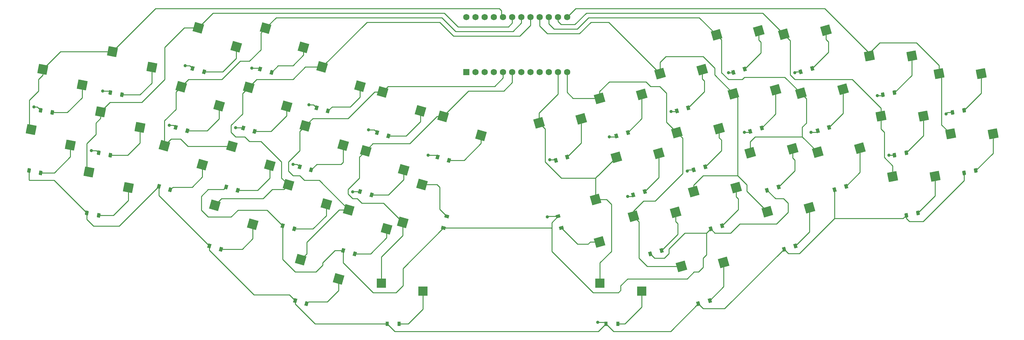
<source format=gbl>
%TF.GenerationSoftware,KiCad,Pcbnew,(6.0.7-1)-1*%
%TF.CreationDate,2022-08-01T14:13:19+02:00*%
%TF.ProjectId,green60-test3,67726565-6e36-4302-9d74-657374332e6b,v1.0.0*%
%TF.SameCoordinates,Original*%
%TF.FileFunction,Copper,L2,Bot*%
%TF.FilePolarity,Positive*%
%FSLAX46Y46*%
G04 Gerber Fmt 4.6, Leading zero omitted, Abs format (unit mm)*
G04 Created by KiCad (PCBNEW (6.0.7-1)-1) date 2022-08-01 14:13:19*
%MOMM*%
%LPD*%
G01*
G04 APERTURE LIST*
G04 Aperture macros list*
%AMRotRect*
0 Rectangle, with rotation*
0 The origin of the aperture is its center*
0 $1 length*
0 $2 width*
0 $3 Rotation angle, in degrees counterclockwise*
0 Add horizontal line*
21,1,$1,$2,0,0,$3*%
G04 Aperture macros list end*
%TA.AperFunction,SMDPad,CuDef*%
%ADD10RotRect,2.600000X2.600000X16.000000*%
%TD*%
%TA.AperFunction,SMDPad,CuDef*%
%ADD11RotRect,0.900000X1.200000X16.000000*%
%TD*%
%TA.AperFunction,SMDPad,CuDef*%
%ADD12R,2.600000X2.600000*%
%TD*%
%TA.AperFunction,SMDPad,CuDef*%
%ADD13R,0.900000X1.200000*%
%TD*%
%TA.AperFunction,SMDPad,CuDef*%
%ADD14RotRect,2.600000X2.600000X344.000000*%
%TD*%
%TA.AperFunction,SMDPad,CuDef*%
%ADD15RotRect,0.900000X1.200000X344.000000*%
%TD*%
%TA.AperFunction,SMDPad,CuDef*%
%ADD16RotRect,2.600000X2.600000X349.000000*%
%TD*%
%TA.AperFunction,SMDPad,CuDef*%
%ADD17RotRect,0.900000X1.200000X349.000000*%
%TD*%
%TA.AperFunction,SMDPad,CuDef*%
%ADD18RotRect,2.600000X2.600000X11.000000*%
%TD*%
%TA.AperFunction,SMDPad,CuDef*%
%ADD19RotRect,0.900000X1.200000X11.000000*%
%TD*%
%TA.AperFunction,SMDPad,CuDef*%
%ADD20RotRect,2.600000X2.600000X74.000000*%
%TD*%
%TA.AperFunction,SMDPad,CuDef*%
%ADD21RotRect,0.900000X1.200000X74.000000*%
%TD*%
%TA.AperFunction,ComponentPad*%
%ADD22R,1.752600X1.752600*%
%TD*%
%TA.AperFunction,ComponentPad*%
%ADD23C,1.752600*%
%TD*%
%TA.AperFunction,SMDPad,CuDef*%
%ADD24RotRect,2.600000X2.600000X286.000000*%
%TD*%
%TA.AperFunction,SMDPad,CuDef*%
%ADD25RotRect,0.900000X1.200000X286.000000*%
%TD*%
%TA.AperFunction,ViaPad*%
%ADD26C,0.900000*%
%TD*%
%TA.AperFunction,Conductor*%
%ADD27C,0.250000*%
%TD*%
G04 APERTURE END LIST*
D10*
%TO.P,S28,1*%
%TO.N,P7*%
X245419752Y-56262157D03*
%TO.P,S28,2*%
%TO.N,S28_D*%
X257128726Y-55193322D03*
D11*
X253264257Y-65751520D03*
%TO.P,S28,3*%
%TO.N,P19*%
X250092094Y-66661124D03*
%TD*%
D12*
%TO.P,S44,1*%
%TO.N,P16*%
X185101324Y-92567484D03*
D13*
%TO.P,S44,2*%
%TO.N,S44_D*%
X190026324Y-103851484D03*
D12*
X196651324Y-94767484D03*
D13*
%TO.P,S44,3*%
%TO.N,P19*%
X186726324Y-103851484D03*
%TD*%
D10*
%TO.P,S35,1*%
%TO.N,P6*%
X211089968Y-67146364D03*
D11*
%TO.P,S35,2*%
%TO.N,S35_D*%
X218934473Y-76635727D03*
D10*
X222798942Y-66077529D03*
D11*
%TO.P,S35,3*%
%TO.N,P18*%
X215762310Y-77545331D03*
%TD*%
D12*
%TO.P,S22,1*%
%TO.N,P20*%
X124483921Y-92567484D03*
D13*
%TO.P,S22,2*%
%TO.N,S22_D*%
X129408921Y-103851484D03*
D12*
X136033921Y-94767484D03*
D13*
%TO.P,S22,3*%
%TO.N,P19*%
X126108921Y-103851484D03*
%TD*%
D14*
%TO.P,S10,1*%
%TO.N,P4*%
X83100126Y-54611897D03*
%TO.P,S10,2*%
%TO.N,S10_D*%
X93596297Y-59910284D03*
D15*
X84724048Y-66816288D03*
%TO.P,S10,3*%
%TO.N,P18*%
X81551885Y-65906684D03*
%TD*%
D10*
%TO.P,S43,1*%
%TO.N,P10*%
X207675723Y-87891072D03*
D11*
%TO.P,S43,2*%
%TO.N,S43_D*%
X215520228Y-97380435D03*
D10*
X219384697Y-86822237D03*
D11*
%TO.P,S43,3*%
%TO.N,P19*%
X212348065Y-98290039D03*
%TD*%
D10*
%TO.P,S33,1*%
%TO.N,P6*%
X222053020Y-40075872D03*
%TO.P,S33,2*%
%TO.N,S33_D*%
X233761994Y-39007037D03*
D11*
X229897525Y-49565235D03*
%TO.P,S33,3*%
%TO.N,P15*%
X226725362Y-50474839D03*
%TD*%
D14*
%TO.P,S6,1*%
%TO.N,P4*%
X64419229Y-54456733D03*
%TO.P,S6,2*%
%TO.N,S6_D*%
X74915400Y-59755120D03*
D15*
X66043151Y-66661124D03*
%TO.P,S6,3*%
%TO.N,P19*%
X62870988Y-65751520D03*
%TD*%
D10*
%TO.P,S30,1*%
%TO.N,P8*%
X236048082Y-23579260D03*
%TO.P,S30,2*%
%TO.N,S30_D*%
X247757056Y-22510425D03*
D11*
X243892587Y-33068623D03*
%TO.P,S30,3*%
%TO.N,P14*%
X240720424Y-33978227D03*
%TD*%
D16*
%TO.P,S5,1*%
%TO.N,P2*%
X49990586Y-28368936D03*
D17*
%TO.P,S5,2*%
%TO.N,S5_D*%
X52672012Y-40385351D03*
D16*
X60908601Y-32732359D03*
D17*
%TO.P,S5,3*%
%TO.N,P14*%
X49432642Y-39755682D03*
%TD*%
D14*
%TO.P,S14,1*%
%TO.N,P21*%
X103434848Y-48999491D03*
D15*
%TO.P,S14,2*%
%TO.N,S14_D*%
X105058770Y-61203882D03*
D14*
X113931019Y-54297878D03*
D15*
%TO.P,S14,3*%
%TO.N,P15*%
X101886607Y-60294278D03*
%TD*%
D14*
%TO.P,S11,1*%
%TO.N,P5*%
X87785961Y-38270448D03*
D15*
%TO.P,S11,2*%
%TO.N,S11_D*%
X89409883Y-50474839D03*
D14*
X98282132Y-43568835D03*
D15*
%TO.P,S11,3*%
%TO.N,P15*%
X86237720Y-49565235D03*
%TD*%
D10*
%TO.P,S42,1*%
%TO.N,P16*%
X168187863Y-48135332D03*
D11*
%TO.P,S42,2*%
%TO.N,S42_D*%
X176032368Y-57624695D03*
D10*
X179896837Y-47066497D03*
D11*
%TO.P,S42,3*%
%TO.N,P14*%
X172860205Y-58534299D03*
%TD*%
D14*
%TO.P,S7,1*%
%TO.N,P4*%
X69105064Y-38115284D03*
%TO.P,S7,2*%
%TO.N,S7_D*%
X79601235Y-43413671D03*
D15*
X70728986Y-50319675D03*
%TO.P,S7,3*%
%TO.N,P15*%
X67556823Y-49410071D03*
%TD*%
D18*
%TO.P,S25,1*%
%TO.N,P8*%
X266202506Y-62994059D03*
D19*
%TO.P,S25,2*%
%TO.N,S25_D*%
X273190109Y-73131006D03*
D18*
X277960080Y-62949795D03*
D19*
%TO.P,S25,3*%
%TO.N,P19*%
X269950739Y-73760675D03*
%TD*%
D20*
%TO.P,S19,1*%
%TO.N,P20*%
X130445404Y-75704100D03*
D21*
%TO.P,S19,2*%
%TO.N,S19_D*%
X142649795Y-74080178D03*
D20*
X135743791Y-65207929D03*
D21*
%TO.P,S19,3*%
%TO.N,P18*%
X141740191Y-77252341D03*
%TD*%
D14*
%TO.P,S15,1*%
%TO.N,P5*%
X108120683Y-32658042D03*
%TO.P,S15,2*%
%TO.N,S15_D*%
X118616854Y-37956429D03*
D15*
X109744605Y-44862433D03*
%TO.P,S15,3*%
%TO.N,P14*%
X106572442Y-43952829D03*
%TD*%
D14*
%TO.P,S17,1*%
%TO.N,P20*%
X120186283Y-55883487D03*
D15*
%TO.P,S17,2*%
%TO.N,S17_D*%
X121810205Y-68087878D03*
D14*
X130682454Y-61181874D03*
D15*
%TO.P,S17,3*%
%TO.N,P15*%
X118638042Y-67178274D03*
%TD*%
D14*
%TO.P,S16,1*%
%TO.N,P21*%
X115500448Y-72224936D03*
%TO.P,S16,2*%
%TO.N,S16_D*%
X125996619Y-77523323D03*
D15*
X117124370Y-84429327D03*
%TO.P,S16,3*%
%TO.N,P18*%
X113952207Y-83519723D03*
%TD*%
D16*
%TO.P,S1,1*%
%TO.N,P2*%
X27455667Y-49965867D03*
D17*
%TO.P,S1,2*%
%TO.N,S1_D*%
X30137093Y-61982282D03*
D16*
X38373682Y-54329290D03*
D17*
%TO.P,S1,3*%
%TO.N,P19*%
X26897723Y-61352613D03*
%TD*%
D10*
%TO.P,S39,1*%
%TO.N,P16*%
X189652698Y-57688911D03*
%TO.P,S39,2*%
%TO.N,S39_D*%
X201361672Y-56620076D03*
D11*
X197497203Y-67178274D03*
%TO.P,S39,3*%
%TO.N,P15*%
X194325040Y-68087878D03*
%TD*%
D22*
%TO.P,MCU1,1*%
%TO.N,RAW*%
X148065183Y-34051448D03*
D23*
%TO.P,MCU1,2*%
%TO.N,N/C*%
X150605183Y-34051448D03*
%TO.P,MCU1,3*%
%TO.N,RST*%
X153145183Y-34051448D03*
%TO.P,MCU1,4*%
%TO.N,VCC*%
X155685183Y-34051448D03*
%TO.P,MCU1,5*%
%TO.N,P21*%
X158225183Y-34051448D03*
%TO.P,MCU1,6*%
%TO.N,P20*%
X160765183Y-34051448D03*
%TO.P,MCU1,7*%
%TO.N,P19*%
X163305183Y-34051448D03*
%TO.P,MCU1,8*%
%TO.N,P18*%
X165845183Y-34051448D03*
%TO.P,MCU1,9*%
%TO.N,P15*%
X168385183Y-34051448D03*
%TO.P,MCU1,10*%
%TO.N,P14*%
X170925183Y-34051448D03*
%TO.P,MCU1,11*%
%TO.N,P16*%
X173465183Y-34051448D03*
%TO.P,MCU1,12*%
%TO.N,P10*%
X176005183Y-34051448D03*
%TO.P,MCU1,13*%
%TO.N,P1*%
X148065183Y-18811448D03*
%TO.P,MCU1,14*%
%TO.N,P0*%
X150605183Y-18811448D03*
%TO.P,MCU1,15*%
%TO.N,N/C*%
X153145183Y-18811448D03*
%TO.P,MCU1,16*%
X155685183Y-18811448D03*
%TO.P,MCU1,17*%
%TO.N,P2*%
X158225183Y-18811448D03*
%TO.P,MCU1,18*%
%TO.N,P3*%
X160765183Y-18811448D03*
%TO.P,MCU1,19*%
%TO.N,P4*%
X163305183Y-18811448D03*
%TO.P,MCU1,20*%
%TO.N,P5*%
X165845183Y-18811448D03*
%TO.P,MCU1,21*%
%TO.N,P6*%
X168385183Y-18811448D03*
%TO.P,MCU1,22*%
%TO.N,P7*%
X170925183Y-18811448D03*
%TO.P,MCU1,23*%
%TO.N,P8*%
X173465183Y-18811448D03*
%TO.P,MCU1,24*%
%TO.N,P9*%
X176005183Y-18811448D03*
%TD*%
D18*
%TO.P,S24,1*%
%TO.N,P9*%
X279006166Y-34528004D03*
D19*
%TO.P,S24,2*%
%TO.N,S24_D*%
X285993769Y-44664951D03*
D18*
X290763740Y-34483740D03*
D19*
%TO.P,S24,3*%
%TO.N,P15*%
X282754399Y-45294620D03*
%TD*%
D16*
%TO.P,S2,1*%
%TO.N,P2*%
X30699420Y-33278205D03*
%TO.P,S2,2*%
%TO.N,S2_D*%
X41617435Y-37641628D03*
D17*
X33380846Y-45294620D03*
%TO.P,S2,3*%
%TO.N,P15*%
X30141476Y-44664951D03*
%TD*%
D10*
%TO.P,S29,1*%
%TO.N,P7*%
X240733917Y-39920708D03*
D11*
%TO.P,S29,2*%
%TO.N,S29_D*%
X248578422Y-49410071D03*
D10*
X252442891Y-38851873D03*
D11*
%TO.P,S29,3*%
%TO.N,P15*%
X245406259Y-50319675D03*
%TD*%
D10*
%TO.P,S31,1*%
%TO.N,P6*%
X231424690Y-72758770D03*
%TO.P,S31,2*%
%TO.N,S31_D*%
X243133664Y-71689935D03*
D11*
X239269195Y-82248133D03*
%TO.P,S31,3*%
%TO.N,P19*%
X236097032Y-83157737D03*
%TD*%
D14*
%TO.P,S18,1*%
%TO.N,P21*%
X124872119Y-39542038D03*
%TO.P,S18,2*%
%TO.N,S18_D*%
X135368290Y-44840425D03*
D15*
X126496041Y-51746429D03*
%TO.P,S18,3*%
%TO.N,P14*%
X123323878Y-50836825D03*
%TD*%
D10*
%TO.P,S32,1*%
%TO.N,P7*%
X226738855Y-56417321D03*
%TO.P,S32,2*%
%TO.N,S32_D*%
X238447829Y-55348486D03*
D11*
X234583360Y-65906684D03*
%TO.P,S32,3*%
%TO.N,P18*%
X231411197Y-66816288D03*
%TD*%
D16*
%TO.P,S4,1*%
%TO.N,P3*%
X46746833Y-45056598D03*
D17*
%TO.P,S4,2*%
%TO.N,S4_D*%
X49428259Y-57073013D03*
D16*
X57664848Y-49420021D03*
D17*
%TO.P,S4,3*%
%TO.N,P15*%
X46188889Y-56443344D03*
%TD*%
D14*
%TO.P,S20,1*%
%TO.N,P20*%
X141651118Y-46329908D03*
%TO.P,S20,2*%
%TO.N,S20_D*%
X152147289Y-51628295D03*
D15*
X143275040Y-58534299D03*
%TO.P,S20,3*%
%TO.N,P14*%
X140102877Y-57624695D03*
%TD*%
D14*
%TO.P,S21,1*%
%TO.N,P21*%
X102163258Y-86085648D03*
D15*
%TO.P,S21,2*%
%TO.N,S21_D*%
X103787180Y-98290039D03*
D14*
X112659429Y-91384035D03*
D15*
%TO.P,S21,3*%
%TO.N,P19*%
X100615017Y-97380435D03*
%TD*%
D24*
%TO.P,S41,1*%
%TO.N,P16*%
X183884418Y-69407836D03*
%TO.P,S41,2*%
%TO.N,S41_D*%
X184953253Y-81116810D03*
D25*
X174395055Y-77252341D03*
%TO.P,S41,3*%
%TO.N,P18*%
X173485451Y-74080178D03*
%TD*%
D10*
%TO.P,S40,1*%
%TO.N,P10*%
X184966863Y-41347462D03*
D11*
%TO.P,S40,2*%
%TO.N,S40_D*%
X192811368Y-50836825D03*
D10*
X196675837Y-40278627D03*
D11*
%TO.P,S40,3*%
%TO.N,P14*%
X189639205Y-51746429D03*
%TD*%
D18*
%TO.P,S23,1*%
%TO.N,P9*%
X282249919Y-51215666D03*
D19*
%TO.P,S23,2*%
%TO.N,S23_D*%
X289237522Y-61352613D03*
D18*
X294007493Y-51171402D03*
D19*
%TO.P,S23,3*%
%TO.N,P19*%
X285998152Y-61982282D03*
%TD*%
D10*
%TO.P,S38,1*%
%TO.N,P10*%
X194338533Y-74030360D03*
D11*
%TO.P,S38,2*%
%TO.N,S38_D*%
X202183038Y-83519723D03*
D10*
X206047507Y-72961525D03*
D11*
%TO.P,S38,3*%
%TO.N,P18*%
X199010875Y-84429327D03*
%TD*%
D14*
%TO.P,S13,1*%
%TO.N,P5*%
X98749013Y-65340940D03*
D15*
%TO.P,S13,2*%
%TO.N,S13_D*%
X100372935Y-77545331D03*
D14*
X109245184Y-70639327D03*
D15*
%TO.P,S13,3*%
%TO.N,P18*%
X97200772Y-76635727D03*
%TD*%
D18*
%TO.P,S26,1*%
%TO.N,P8*%
X262958753Y-46306397D03*
%TO.P,S26,2*%
%TO.N,S26_D*%
X274716327Y-46262133D03*
D19*
X269946356Y-56443344D03*
%TO.P,S26,3*%
%TO.N,P15*%
X266706986Y-57073013D03*
%TD*%
D10*
%TO.P,S37,1*%
%TO.N,P6*%
X201718298Y-34463466D03*
%TO.P,S37,2*%
%TO.N,S37_D*%
X213427272Y-33394631D03*
D11*
X209562803Y-43952829D03*
%TO.P,S37,3*%
%TO.N,P14*%
X206390640Y-44862433D03*
%TD*%
D18*
%TO.P,S27,1*%
%TO.N,P9*%
X259715000Y-29618735D03*
%TO.P,S27,2*%
%TO.N,S27_D*%
X271472574Y-29574471D03*
D19*
X266702603Y-39755682D03*
%TO.P,S27,3*%
%TO.N,P14*%
X263463233Y-40385351D03*
%TD*%
D10*
%TO.P,S34,1*%
%TO.N,P7*%
X217367185Y-23734424D03*
%TO.P,S34,2*%
%TO.N,S34_D*%
X229076159Y-22665589D03*
D11*
X225211690Y-33223787D03*
%TO.P,S34,3*%
%TO.N,P14*%
X222039527Y-34133391D03*
%TD*%
D14*
%TO.P,S9,1*%
%TO.N,P5*%
X78414291Y-70953346D03*
%TO.P,S9,2*%
%TO.N,S9_D*%
X88910462Y-76251733D03*
D15*
X80038213Y-83157737D03*
%TO.P,S9,3*%
%TO.N,P19*%
X76866050Y-82248133D03*
%TD*%
D16*
%TO.P,S3,1*%
%TO.N,P3*%
X43503080Y-61744260D03*
%TO.P,S3,2*%
%TO.N,S3_D*%
X54421095Y-66107683D03*
D17*
X46184506Y-73760675D03*
%TO.P,S3,3*%
%TO.N,P19*%
X42945136Y-73131006D03*
%TD*%
D10*
%TO.P,S36,1*%
%TO.N,P10*%
X206404133Y-50804915D03*
D11*
%TO.P,S36,2*%
%TO.N,S36_D*%
X214248638Y-60294278D03*
D10*
X218113107Y-49736080D03*
D11*
%TO.P,S36,3*%
%TO.N,P15*%
X211076475Y-61203882D03*
%TD*%
D14*
%TO.P,S12,1*%
%TO.N,P4*%
X92471796Y-21929000D03*
%TO.P,S12,2*%
%TO.N,S12_D*%
X102967967Y-27227387D03*
D15*
X94095718Y-34133391D03*
%TO.P,S12,3*%
%TO.N,P14*%
X90923555Y-33223787D03*
%TD*%
D14*
%TO.P,S8,1*%
%TO.N,P3*%
X73790899Y-21773836D03*
%TO.P,S8,2*%
%TO.N,S8_D*%
X84287070Y-27072223D03*
D15*
X75414821Y-33978227D03*
%TO.P,S8,3*%
%TO.N,P14*%
X72242658Y-33068623D03*
%TD*%
D26*
%TO.N,P19*%
X184475183Y-103421448D03*
%TO.N,P15*%
X28265183Y-43731448D03*
X225115183Y-50716448D03*
X84145183Y-49446448D03*
X209240183Y-61511448D03*
X116530183Y-67226448D03*
X44140183Y-55796448D03*
X265120183Y-57066448D03*
X243530183Y-50716448D03*
X100020183Y-59606448D03*
X280995183Y-45636448D03*
X192730183Y-68496448D03*
X65730183Y-48811448D03*
%TO.N,P14*%
X70175183Y-32301448D03*
X104465183Y-43096448D03*
X120975183Y-50081448D03*
X187650183Y-51986448D03*
X47315183Y-39286448D03*
X204795183Y-45001448D03*
X261945183Y-40556448D03*
X137485183Y-57066448D03*
X171140183Y-58336448D03*
X239085183Y-34206448D03*
X88590183Y-32936448D03*
X220670183Y-34206448D03*
%TO.N,P18*%
X170505183Y-74211448D03*
%TD*%
D27*
%TO.N,P2*%
X30699420Y-33278205D02*
X35608689Y-28368936D01*
X49990586Y-28368936D02*
X61933074Y-16426448D01*
X157805183Y-18391448D02*
X158225183Y-18811448D01*
X157805183Y-17061448D02*
X157805183Y-18391448D01*
X27455667Y-49965867D02*
X26995183Y-49505383D01*
X157170183Y-16426448D02*
X157805183Y-17061448D01*
X29535183Y-39286448D02*
X29535183Y-36111448D01*
X61933074Y-16426448D02*
X157170183Y-16426448D01*
X29535183Y-36111448D02*
X30699420Y-34947211D01*
X26995183Y-41826448D02*
X29535183Y-39286448D01*
X30699420Y-34947211D02*
X30699420Y-33278205D01*
X35608689Y-28368936D02*
X49990586Y-28368936D01*
X26995183Y-49505383D02*
X26995183Y-41826448D01*
%TO.N,P19*%
X219643321Y-99611448D02*
X236097032Y-83157737D01*
X269950739Y-74597004D02*
X270835183Y-75481448D01*
X236097032Y-83157737D02*
X237310743Y-84371448D01*
X106165219Y-103851484D02*
X126108921Y-103851484D01*
X42945136Y-74921401D02*
X44775183Y-76751448D01*
X269950739Y-73760675D02*
X269950739Y-74597004D01*
X186726324Y-103851484D02*
X188836288Y-105961448D01*
X62870988Y-68253071D02*
X76866050Y-82248133D01*
X184616360Y-105961448D02*
X186726324Y-103851484D01*
X274645183Y-75481448D02*
X285998152Y-64128479D01*
X250092094Y-74634537D02*
X269076877Y-74634537D01*
X240355183Y-84371448D02*
X250092094Y-74634537D01*
X100615017Y-98301282D02*
X106165219Y-103851484D01*
X212348065Y-98290039D02*
X213669474Y-99611448D01*
X26897723Y-63953988D02*
X26897723Y-61352613D01*
X213669474Y-99611448D02*
X219643321Y-99611448D01*
X269076877Y-74634537D02*
X269950739Y-73760675D01*
X89225183Y-95801448D02*
X99036030Y-95801448D01*
X26995183Y-64051448D02*
X26897723Y-63953988D01*
X62870988Y-65751520D02*
X62870988Y-68253071D01*
X76866050Y-83442315D02*
X89225183Y-95801448D01*
X186726324Y-103851484D02*
X186296288Y-103421448D01*
X237310743Y-84371448D02*
X240355183Y-84371448D01*
X44775183Y-76751448D02*
X51871060Y-76751448D01*
X33865578Y-64051448D02*
X26995183Y-64051448D01*
X100615017Y-97380435D02*
X100615017Y-98301282D01*
X188836288Y-105961448D02*
X204676656Y-105961448D01*
X250092094Y-74634537D02*
X250092094Y-66661124D01*
X128218885Y-105961448D02*
X184616360Y-105961448D01*
X99036030Y-95801448D02*
X100615017Y-97380435D01*
X186296288Y-103421448D02*
X184475183Y-103421448D01*
X285998152Y-64128479D02*
X285998152Y-61982282D01*
X42945136Y-73131006D02*
X42945136Y-74921401D01*
X42945136Y-73131006D02*
X33865578Y-64051448D01*
X76866050Y-82248133D02*
X76866050Y-83442315D01*
X270835183Y-75481448D02*
X274645183Y-75481448D01*
X204676656Y-105961448D02*
X212348065Y-98290039D01*
X126108921Y-103851484D02*
X128218885Y-105961448D01*
X51871060Y-76751448D02*
X62870988Y-65751520D01*
%TO.N,S1_D*%
X30137093Y-61982282D02*
X33900119Y-61982282D01*
X33900119Y-61982282D02*
X38373682Y-57508719D01*
X38373682Y-57508719D02*
X38373682Y-54329290D01*
%TO.N,P15*%
X225115183Y-50716448D02*
X226483753Y-50716448D01*
X209547749Y-61203882D02*
X209240183Y-61511448D01*
X211076475Y-61203882D02*
X209547749Y-61203882D01*
X29207973Y-43731448D02*
X30141476Y-44664951D01*
X265126748Y-57073013D02*
X265120183Y-57066448D01*
X101198777Y-59606448D02*
X101886607Y-60294278D01*
X28265183Y-43731448D02*
X29207973Y-43731448D01*
X118638042Y-67178274D02*
X116578357Y-67178274D01*
X116578357Y-67178274D02*
X116530183Y-67226448D01*
X266706986Y-57073013D02*
X265126748Y-57073013D01*
X86118933Y-49446448D02*
X86237720Y-49565235D01*
X243530183Y-50716448D02*
X245009486Y-50716448D01*
X45541993Y-55796448D02*
X46188889Y-56443344D01*
X84145183Y-49446448D02*
X86118933Y-49446448D01*
X192730183Y-68496448D02*
X193916470Y-68496448D01*
X282754399Y-45294620D02*
X281337011Y-45294620D01*
X65730183Y-48811448D02*
X66958200Y-48811448D01*
X281337011Y-45294620D02*
X280995183Y-45636448D01*
X245009486Y-50716448D02*
X245406259Y-50319675D01*
X66958200Y-48811448D02*
X67556823Y-49410071D01*
X44140183Y-55796448D02*
X45541993Y-55796448D01*
X226483753Y-50716448D02*
X226725362Y-50474839D01*
X193916470Y-68496448D02*
X194325040Y-68087878D01*
X100020183Y-59606448D02*
X101198777Y-59606448D01*
%TO.N,S2_D*%
X37497011Y-45294620D02*
X41617435Y-41174196D01*
X41617435Y-41174196D02*
X41617435Y-37641628D01*
X33380846Y-45294620D02*
X37497011Y-45294620D01*
%TO.N,P3*%
X46746833Y-45056598D02*
X49341983Y-42461448D01*
X42870183Y-61111363D02*
X42870183Y-53891448D01*
X159710183Y-21506448D02*
X160765183Y-20451448D01*
X77868287Y-17696448D02*
X141930183Y-17696448D01*
X69907795Y-21773836D02*
X73790899Y-21773836D01*
X58110183Y-42461448D02*
X64460183Y-36111448D01*
X42870183Y-53891448D02*
X45410183Y-51351448D01*
X73790899Y-21773836D02*
X77868287Y-17696448D01*
X145740183Y-21506448D02*
X159710183Y-21506448D01*
X49341983Y-42461448D02*
X58110183Y-42461448D01*
X43503080Y-61744260D02*
X42870183Y-61111363D01*
X45410183Y-48176448D02*
X46746833Y-46839798D01*
X141930183Y-17696448D02*
X145740183Y-21506448D01*
X46746833Y-46839798D02*
X46746833Y-45056598D01*
X45410183Y-51351448D02*
X45410183Y-48176448D01*
X64460183Y-27221448D02*
X69907795Y-21773836D01*
X64460183Y-36111448D02*
X64460183Y-27221448D01*
X160765183Y-20451448D02*
X160765183Y-18811448D01*
%TO.N,S3_D*%
X54421095Y-69645536D02*
X54421095Y-66107683D01*
X50305956Y-73760675D02*
X54421095Y-69645536D01*
X46184506Y-73760675D02*
X50305956Y-73760675D01*
%TO.N,S4_D*%
X57664848Y-53701783D02*
X57664848Y-49420021D01*
X49428259Y-57073013D02*
X54293618Y-57073013D01*
X54293618Y-57073013D02*
X57664848Y-53701783D01*
%TO.N,P14*%
X70175183Y-32301448D02*
X71475483Y-32301448D01*
X104465183Y-43096448D02*
X105716061Y-43096448D01*
X204795183Y-45001448D02*
X206251625Y-45001448D01*
X47315183Y-39286448D02*
X48963408Y-39286448D01*
X105716061Y-43096448D02*
X106572442Y-43952829D01*
X48963408Y-39286448D02*
X49432642Y-39755682D01*
X137485183Y-57066448D02*
X139544630Y-57066448D01*
X189399186Y-51986448D02*
X189639205Y-51746429D01*
X139544630Y-57066448D02*
X140102877Y-57624695D01*
X90636216Y-32936448D02*
X90923555Y-33223787D01*
X71475483Y-32301448D02*
X72242658Y-33068623D01*
X171140183Y-58336448D02*
X172662354Y-58336448D01*
X261945183Y-40556448D02*
X263292136Y-40556448D01*
X88590183Y-32936448D02*
X90636216Y-32936448D01*
X239313404Y-33978227D02*
X239085183Y-34206448D01*
X221966470Y-34206448D02*
X222039527Y-34133391D01*
X120975183Y-50081448D02*
X122568501Y-50081448D01*
X220670183Y-34206448D02*
X221966470Y-34206448D01*
X187650183Y-51986448D02*
X189399186Y-51986448D01*
X172662354Y-58336448D02*
X172860205Y-58534299D01*
X263292136Y-40556448D02*
X263463233Y-40385351D01*
X122568501Y-50081448D02*
X123323878Y-50836825D01*
X240720424Y-33978227D02*
X239313404Y-33978227D01*
X206251625Y-45001448D02*
X206390640Y-44862433D01*
%TO.N,S5_D*%
X52672012Y-40385351D02*
X57646280Y-40385351D01*
X60908601Y-37123030D02*
X60908601Y-32732359D01*
X57646280Y-40385351D02*
X60908601Y-37123030D01*
%TO.N,P4*%
X92471796Y-21929000D02*
X91130183Y-23270613D01*
X141295183Y-18966448D02*
X145105183Y-22776448D01*
X67635183Y-39585165D02*
X69105064Y-38115284D01*
X66254514Y-52621448D02*
X64419229Y-54456733D01*
X67635183Y-44366448D02*
X67635183Y-39585165D01*
X68905183Y-52621448D02*
X66254514Y-52621448D01*
X95434348Y-18966448D02*
X141295183Y-18966448D01*
X91130183Y-23270613D02*
X91130183Y-27856448D01*
X91130183Y-27856448D02*
X87955183Y-31031448D01*
X145105183Y-22776448D02*
X160980183Y-22776448D01*
X64419229Y-47582402D02*
X67635183Y-44366448D01*
X160980183Y-22776448D02*
X163305183Y-20451448D01*
X85415183Y-31031448D02*
X80335183Y-36111448D01*
X92471796Y-21929000D02*
X95434348Y-18966448D01*
X71108900Y-36111448D02*
X69105064Y-38115284D01*
X80335183Y-36111448D02*
X71108900Y-36111448D01*
X64419229Y-54456733D02*
X64419229Y-47582402D01*
X83100126Y-54611897D02*
X70895632Y-54611897D01*
X87955183Y-31031448D02*
X85415183Y-31031448D01*
X163305183Y-20451448D02*
X163305183Y-18811448D01*
X70895632Y-54611897D02*
X68905183Y-52621448D01*
%TO.N,S6_D*%
X66747827Y-65956448D02*
X66043151Y-66661124D01*
X72080183Y-65956448D02*
X66747827Y-65956448D01*
X74915400Y-59755120D02*
X74915400Y-63121231D01*
X74915400Y-63121231D02*
X72080183Y-65956448D01*
%TO.N,S7_D*%
X76286956Y-50319675D02*
X79601235Y-47005396D01*
X79601235Y-47005396D02*
X79601235Y-43413671D01*
X70728986Y-50319675D02*
X76286956Y-50319675D01*
%TO.N,S8_D*%
X75414821Y-33978227D02*
X80563404Y-33978227D01*
X80563404Y-33978227D02*
X84287070Y-30254561D01*
X84287070Y-30254561D02*
X84287070Y-27072223D01*
%TO.N,P5*%
X144470183Y-24046448D02*
X140660183Y-20236448D01*
X80236189Y-69131448D02*
X91765183Y-69131448D01*
X165845183Y-21086448D02*
X162885183Y-24046448D01*
X87785961Y-38270448D02*
X89944961Y-36111448D01*
X98749013Y-65340940D02*
X96845183Y-63437110D01*
X84145183Y-51986448D02*
X82875183Y-50716448D01*
X78414291Y-70953346D02*
X80236189Y-69131448D01*
X82875183Y-48811448D02*
X86050183Y-45636448D01*
X97498505Y-66591448D02*
X98749013Y-65340940D01*
X86685183Y-51986448D02*
X84145183Y-51986448D01*
X87955183Y-53256448D02*
X86685183Y-51986448D01*
X120542277Y-20236448D02*
X108120683Y-32658042D01*
X86050183Y-40006226D02*
X87785961Y-38270448D01*
X165845183Y-18811448D02*
X165845183Y-21086448D01*
X140660183Y-20236448D02*
X120542277Y-20236448D01*
X94305183Y-66591448D02*
X97498505Y-66591448D01*
X96845183Y-58971448D02*
X91130183Y-53256448D01*
X91765183Y-69131448D02*
X94305183Y-66591448D01*
X91130183Y-53256448D02*
X87955183Y-53256448D01*
X82875183Y-50716448D02*
X82875183Y-48811448D01*
X86050183Y-45636448D02*
X86050183Y-40006226D01*
X96845183Y-63437110D02*
X96845183Y-58971448D01*
X100020183Y-36111448D02*
X103473589Y-32658042D01*
X162885183Y-24046448D02*
X144470183Y-24046448D01*
X89944961Y-36111448D02*
X100020183Y-36111448D01*
X103473589Y-32658042D02*
X108120683Y-32658042D01*
%TO.N,S9_D*%
X80038213Y-83157737D02*
X85993894Y-83157737D01*
X88910462Y-80241169D02*
X88910462Y-76251733D01*
X85993894Y-83157737D02*
X88910462Y-80241169D01*
%TO.N,P18*%
X221305183Y-78656448D02*
X216873427Y-78656448D01*
X108275183Y-86911448D02*
X108275183Y-87546448D01*
X171775183Y-77386448D02*
X171775183Y-75790446D01*
X100655183Y-89451448D02*
X97200772Y-85997037D01*
X171775183Y-83736448D02*
X171775183Y-77386448D01*
X170505183Y-74211448D02*
X170636453Y-74080178D01*
X200222996Y-85641448D02*
X199010875Y-84429327D01*
X202890183Y-85641448D02*
X200222996Y-85641448D01*
X171775183Y-75790446D02*
X173485451Y-74080178D01*
X214651193Y-78656448D02*
X214651193Y-84675438D01*
X113952207Y-86873472D02*
X113952207Y-83519723D01*
X106370183Y-89451448D02*
X100655183Y-89451448D01*
X231411197Y-66816288D02*
X233726357Y-69131448D01*
X74620183Y-68496448D02*
X76525183Y-66591448D01*
X214651193Y-84675438D02*
X213685183Y-85641448D01*
X235910183Y-69131448D02*
X237180183Y-70401448D01*
X213685183Y-88181448D02*
X212415183Y-89451448D01*
X122245183Y-95166448D02*
X113952207Y-86873472D01*
X213685183Y-85641448D02*
X213685183Y-88181448D01*
X183205183Y-95166448D02*
X171775183Y-83736448D01*
X208605183Y-78656448D02*
X204160183Y-83101448D01*
X170636453Y-74080178D02*
X173485451Y-74080178D01*
X233726357Y-69131448D02*
X235910183Y-69131448D01*
X216873427Y-78656448D02*
X215762310Y-77545331D01*
X128595183Y-95166448D02*
X122245183Y-95166448D01*
X113952207Y-83519723D02*
X111666908Y-83519723D01*
X209240183Y-91356448D02*
X192730183Y-91356448D01*
X76525183Y-66591448D02*
X80867121Y-66591448D01*
X80867121Y-66591448D02*
X81551885Y-65906684D01*
X190825183Y-94531448D02*
X190190183Y-95166448D01*
X111666908Y-83519723D02*
X108275183Y-86911448D01*
X84780183Y-72306448D02*
X82875183Y-74211448D01*
X82875183Y-74211448D02*
X76525183Y-74211448D01*
X237180183Y-72941448D02*
X234005183Y-76116448D01*
X192730183Y-91356448D02*
X190825183Y-93261448D01*
X223845183Y-76116448D02*
X221305183Y-78656448D01*
X237180183Y-70401448D02*
X237180183Y-72941448D01*
X214651193Y-78656448D02*
X208605183Y-78656448D01*
X130500183Y-88492349D02*
X130500183Y-93261448D01*
X74620183Y-72306448D02*
X74620183Y-68496448D01*
X204160183Y-84371448D02*
X202890183Y-85641448D01*
X76525183Y-74211448D02*
X74620183Y-72306448D01*
X141740191Y-77252341D02*
X130500183Y-88492349D01*
X92871493Y-72306448D02*
X84780183Y-72306448D01*
X141740191Y-77252341D02*
X171641076Y-77252341D01*
X190825183Y-93261448D02*
X190825183Y-94531448D01*
X234005183Y-76116448D02*
X223845183Y-76116448D01*
X97200772Y-76635727D02*
X92871493Y-72306448D01*
X190190183Y-95166448D02*
X183205183Y-95166448D01*
X108275183Y-87546448D02*
X106370183Y-89451448D01*
X204160183Y-83101448D02*
X204160183Y-84371448D01*
X130500183Y-93261448D02*
X128595183Y-95166448D01*
X215762310Y-77545331D02*
X214651193Y-78656448D01*
X97200772Y-85997037D02*
X97200772Y-76635727D01*
X212415183Y-89451448D02*
X211145183Y-89451448D01*
X171641076Y-77252341D02*
X171775183Y-77386448D01*
X211145183Y-89451448D02*
X209240183Y-91356448D01*
%TO.N,S10_D*%
X84724048Y-66816288D02*
X90270343Y-66816288D01*
X93596297Y-63490334D02*
X93596297Y-59910284D01*
X90270343Y-66816288D02*
X93596297Y-63490334D01*
%TO.N,S11_D*%
X98282132Y-46174901D02*
X93982194Y-50474839D01*
X98282132Y-43568835D02*
X98282132Y-46174901D01*
X93982194Y-50474839D02*
X89409883Y-50474839D01*
%TO.N,S12_D*%
X100020183Y-32301448D02*
X95927661Y-32301448D01*
X102967967Y-29353664D02*
X100020183Y-32301448D01*
X95927661Y-32301448D02*
X94095718Y-34133391D01*
X102967967Y-27227387D02*
X102967967Y-29353664D01*
%TO.N,S13_D*%
X100372935Y-77545331D02*
X105576300Y-77545331D01*
X105576300Y-77545331D02*
X109245184Y-73876447D01*
X109245184Y-73876447D02*
X109245184Y-70639327D01*
%TO.N,P21*%
X158225183Y-35691448D02*
X158225183Y-34051448D01*
X101925183Y-50509156D02*
X103434848Y-48999491D01*
X103830183Y-81196448D02*
X103830183Y-84418723D01*
X105527891Y-46906448D02*
X115260183Y-46906448D01*
X101925183Y-62781448D02*
X100020183Y-62781448D01*
X98750183Y-58971448D02*
X101925183Y-55796448D01*
X155900183Y-38016448D02*
X158225183Y-35691448D01*
X115500448Y-72224936D02*
X107326960Y-64051448D01*
X100020183Y-62781448D02*
X98750183Y-61511448D01*
X126397709Y-38016448D02*
X155900183Y-38016448D01*
X101925183Y-55796448D02*
X101925183Y-50509156D01*
X103434848Y-48999491D02*
X105527891Y-46906448D01*
X107326960Y-64051448D02*
X103195183Y-64051448D01*
X98750183Y-61511448D02*
X98750183Y-58971448D01*
X124872119Y-39542038D02*
X126397709Y-38016448D01*
X103195183Y-64051448D02*
X101925183Y-62781448D01*
X103830183Y-84418723D02*
X102163258Y-86085648D01*
X115260183Y-46906448D02*
X122624593Y-39542038D01*
X122624593Y-39542038D02*
X124872119Y-39542038D01*
X115500448Y-72224936D02*
X112801695Y-72224936D01*
X112801695Y-72224936D02*
X103830183Y-81196448D01*
%TO.N,S14_D*%
X106656204Y-59606448D02*
X105058770Y-61203882D01*
X113355183Y-59606448D02*
X106656204Y-59606448D01*
X113931019Y-59030612D02*
X113355183Y-59606448D01*
X113931019Y-54297878D02*
X113931019Y-59030612D01*
%TO.N,S15_D*%
X115895183Y-43731448D02*
X110875590Y-43731448D01*
X118616854Y-41009777D02*
X115895183Y-43731448D01*
X118616854Y-37956429D02*
X118616854Y-41009777D01*
X110875590Y-43731448D02*
X109744605Y-44862433D01*
%TO.N,S16_D*%
X117124370Y-84429327D02*
X121552304Y-84429327D01*
X121552304Y-84429327D02*
X125996619Y-79985012D01*
X125996619Y-79985012D02*
X125996619Y-77523323D01*
%TO.N,P20*%
X132405183Y-53891448D02*
X139966723Y-46329908D01*
X115260183Y-67861448D02*
X115260183Y-66591448D01*
X160765183Y-36961448D02*
X160765183Y-34051448D01*
X118435183Y-57634587D02*
X120186283Y-55883487D01*
X139966723Y-46329908D02*
X141651118Y-46329908D01*
X120186283Y-55883487D02*
X122178322Y-53891448D01*
X117800183Y-69131448D02*
X116530183Y-69131448D01*
X130445404Y-75704100D02*
X125142752Y-70401448D01*
X116530183Y-69131448D02*
X115260183Y-67861448D01*
X158440183Y-39286448D02*
X160765183Y-36961448D01*
X124483921Y-92567484D02*
X124483921Y-85307710D01*
X141651118Y-46329908D02*
X148694578Y-39286448D01*
X118435183Y-63416448D02*
X118435183Y-57634587D01*
X119070183Y-70401448D02*
X117800183Y-69131448D01*
X115260183Y-66591448D02*
X118435183Y-63416448D01*
X124483921Y-85307710D02*
X130445404Y-79346227D01*
X130445404Y-79346227D02*
X130445404Y-75704100D01*
X148694578Y-39286448D02*
X158440183Y-39286448D01*
X122178322Y-53891448D02*
X132405183Y-53891448D01*
X125142752Y-70401448D02*
X119070183Y-70401448D01*
%TO.N,S17_D*%
X121810205Y-68087878D02*
X126463753Y-68087878D01*
X126463753Y-68087878D02*
X130682454Y-63869177D01*
X130682454Y-63869177D02*
X130682454Y-61181874D01*
%TO.N,S18_D*%
X131375202Y-51746429D02*
X135368290Y-47753341D01*
X135368290Y-47753341D02*
X135368290Y-44840425D01*
X126496041Y-51746429D02*
X131375202Y-51746429D01*
%TO.N,S19_D*%
X140660183Y-72090566D02*
X142649795Y-74080178D01*
X135743791Y-65207929D02*
X139911664Y-65207929D01*
X139911664Y-65207929D02*
X140660183Y-65956448D01*
X140660183Y-65956448D02*
X140660183Y-72090566D01*
%TO.N,S20_D*%
X147447332Y-58534299D02*
X143275040Y-58534299D01*
X152147289Y-51628295D02*
X152147289Y-53834342D01*
X152147289Y-53834342D02*
X147447332Y-58534299D01*
%TO.N,S21_D*%
X109545183Y-97706448D02*
X104370771Y-97706448D01*
X112659429Y-91384035D02*
X112659429Y-94592202D01*
X104370771Y-97706448D02*
X103787180Y-98290039D01*
X112659429Y-94592202D02*
X109545183Y-97706448D01*
%TO.N,S22_D*%
X136033921Y-99792710D02*
X136033921Y-94767484D01*
X129408921Y-103851484D02*
X131975147Y-103851484D01*
X131975147Y-103851484D02*
X136033921Y-99792710D01*
%TO.N,P10*%
X184966863Y-41347462D02*
X177646197Y-41347462D01*
X194338533Y-72603098D02*
X197175183Y-69766448D01*
X201620183Y-38016448D02*
X199080183Y-38016448D01*
X184966863Y-39429768D02*
X184966863Y-41347462D01*
X195905183Y-75597010D02*
X194338533Y-74030360D01*
X187650183Y-36746448D02*
X184966863Y-39429768D01*
X200350183Y-69766448D02*
X207970183Y-62146448D01*
X207675723Y-87891072D02*
X198154807Y-87891072D01*
X207970183Y-52370965D02*
X206404133Y-50804915D01*
X203525183Y-39921448D02*
X201620183Y-38016448D01*
X206404133Y-50804915D02*
X203525183Y-47925965D01*
X195905183Y-85641448D02*
X195905183Y-75597010D01*
X176005183Y-39706448D02*
X176005183Y-34051448D01*
X197810183Y-36746448D02*
X187650183Y-36746448D01*
X198154807Y-87891072D02*
X195905183Y-85641448D01*
X177646197Y-41347462D02*
X176005183Y-39706448D01*
X194338533Y-74030360D02*
X194338533Y-72603098D01*
X197175183Y-69766448D02*
X200350183Y-69766448D01*
X207970183Y-62146448D02*
X207970183Y-52370965D01*
X199080183Y-38016448D02*
X197810183Y-36746448D01*
X203525183Y-47925965D02*
X203525183Y-39921448D01*
%TO.N,S23_D*%
X289237522Y-61352613D02*
X294007493Y-56582642D01*
X294007493Y-56582642D02*
X294007493Y-51171402D01*
%TO.N,S24_D*%
X285993769Y-44664951D02*
X290763740Y-39894980D01*
X290763740Y-39894980D02*
X290763740Y-34483740D01*
%TO.N,P8*%
X262958753Y-46306397D02*
X262958753Y-44110018D01*
X262958753Y-49825018D02*
X262958753Y-46306397D01*
X262958753Y-44110018D02*
X254960183Y-36111448D01*
X237815183Y-25346361D02*
X236048082Y-23579260D01*
X230165270Y-17696448D02*
X181300183Y-17696448D01*
X178125183Y-20871448D02*
X174315183Y-20871448D01*
X237815183Y-34841448D02*
X237815183Y-25346361D01*
X266202506Y-60053771D02*
X263850183Y-57701448D01*
X236048082Y-23579260D02*
X230165270Y-17696448D01*
X254960183Y-36111448D02*
X239085183Y-36111448D01*
X173465183Y-20021448D02*
X173465183Y-18811448D01*
X263850183Y-50716448D02*
X262958753Y-49825018D01*
X239085183Y-36111448D02*
X237815183Y-34841448D01*
X266202506Y-62994059D02*
X266202506Y-60053771D01*
X181300183Y-17696448D02*
X178125183Y-20871448D01*
X174315183Y-20871448D02*
X173465183Y-20021448D01*
X263850183Y-57701448D02*
X263850183Y-50716448D01*
%TO.N,S25_D*%
X277960080Y-68361035D02*
X277960080Y-62949795D01*
X273190109Y-73131006D02*
X277960080Y-68361035D01*
%TO.N,S26_D*%
X269946356Y-56443344D02*
X274716327Y-51673373D01*
X274716327Y-51673373D02*
X274716327Y-46262133D01*
%TO.N,P9*%
X247340183Y-16426448D02*
X178390183Y-16426448D01*
X259715000Y-29618735D02*
X259715000Y-28801265D01*
X279006166Y-32217431D02*
X272740183Y-25951448D01*
X282249919Y-51215666D02*
X279725183Y-48690930D01*
X178390183Y-16426448D02*
X176005183Y-18811448D01*
X259715000Y-28816631D02*
X259715000Y-29618735D01*
X272740183Y-25951448D02*
X262580183Y-25951448D01*
X279006166Y-34528004D02*
X279006166Y-32217431D01*
X279725183Y-35247021D02*
X279006166Y-34528004D01*
X259715000Y-28801265D02*
X247340183Y-16426448D01*
X262580183Y-25951448D02*
X259715000Y-28816631D01*
X279725183Y-48690930D02*
X279725183Y-35247021D01*
%TO.N,S27_D*%
X266702603Y-39755682D02*
X271472574Y-34985711D01*
X271472574Y-34985711D02*
X271472574Y-29574471D01*
%TO.N,P7*%
X245419752Y-56262157D02*
X241144043Y-51986448D01*
X241144043Y-49292588D02*
X242260183Y-48176448D01*
X178760183Y-22141448D02*
X172380183Y-22141448D01*
X242260183Y-41446974D02*
X240733917Y-39920708D01*
X225115183Y-35476448D02*
X224480183Y-36111448D01*
X241144043Y-51986448D02*
X241144043Y-49292588D01*
X172380183Y-22141448D02*
X170925183Y-20686448D01*
X242260183Y-48176448D02*
X242260183Y-41446974D01*
X181935183Y-18966448D02*
X178760183Y-22141448D01*
X170925183Y-20686448D02*
X170925183Y-18811448D01*
X217367185Y-23734424D02*
X212599209Y-18966448D01*
X218765183Y-25132422D02*
X217367185Y-23734424D01*
X224480183Y-36111448D02*
X220670183Y-36111448D01*
X236289657Y-35476448D02*
X225115183Y-35476448D01*
X212599209Y-18966448D02*
X181935183Y-18966448D01*
X220670183Y-36111448D02*
X218765183Y-34206448D01*
X240733917Y-39920708D02*
X236289657Y-35476448D01*
X228111845Y-51986448D02*
X226738855Y-53359438D01*
X218765183Y-34206448D02*
X218765183Y-25132422D01*
X226738855Y-53359438D02*
X226738855Y-56417321D01*
X241144043Y-51986448D02*
X228111845Y-51986448D01*
%TO.N,S28_D*%
X257128726Y-61887051D02*
X257128726Y-55193322D01*
X253264257Y-65751520D02*
X257128726Y-61887051D01*
%TO.N,S29_D*%
X252442891Y-45545602D02*
X252442891Y-38851873D01*
X248578422Y-49410071D02*
X252442891Y-45545602D01*
%TO.N,S30_D*%
X243892587Y-33068623D02*
X248364665Y-28596545D01*
X248364665Y-28596545D02*
X248364665Y-25664296D01*
X248364665Y-25664296D02*
X247757056Y-25056687D01*
X247757056Y-25056687D02*
X247757056Y-22510425D01*
%TO.N,P6*%
X201718298Y-34463466D02*
X187491280Y-20236448D01*
X216860183Y-32936448D02*
X213685183Y-29761448D01*
X182570183Y-20236448D02*
X179395183Y-23411448D01*
X223210183Y-41233035D02*
X222053020Y-40075872D01*
X213685183Y-62781448D02*
X211089968Y-65376663D01*
X231424690Y-72758770D02*
X225750183Y-67084263D01*
X216860183Y-34883035D02*
X216860183Y-32936448D01*
X223210183Y-62781448D02*
X223210183Y-41233035D01*
X203362433Y-29761448D02*
X201718298Y-31405583D01*
X179395183Y-23411448D02*
X170505183Y-23411448D01*
X225750183Y-67084263D02*
X225750183Y-65321448D01*
X211089968Y-65376663D02*
X211089968Y-67146364D01*
X223210183Y-62781448D02*
X213685183Y-62781448D01*
X168385183Y-21291448D02*
X168385183Y-18811448D01*
X170505183Y-23411448D02*
X168385183Y-21291448D01*
X187491280Y-20236448D02*
X182570183Y-20236448D01*
X225750183Y-65321448D02*
X223210183Y-62781448D01*
X201718298Y-31405583D02*
X201718298Y-34463466D01*
X222053020Y-40075872D02*
X216860183Y-34883035D01*
X213685183Y-29761448D02*
X203362433Y-29761448D01*
%TO.N,S31_D*%
X239269195Y-82248133D02*
X243133664Y-78383664D01*
X243133664Y-78383664D02*
X243133664Y-71689935D01*
%TO.N,S32_D*%
X239055438Y-61434606D02*
X239055438Y-58502357D01*
X238447829Y-57894748D02*
X238447829Y-55348486D01*
X239055438Y-58502357D02*
X238447829Y-57894748D01*
X234583360Y-65906684D02*
X239055438Y-61434606D01*
%TO.N,S33_D*%
X233761994Y-45700766D02*
X233761994Y-39007037D01*
X229897525Y-49565235D02*
X233761994Y-45700766D01*
%TO.N,S34_D*%
X229683768Y-25819460D02*
X229076159Y-25211851D01*
X229076159Y-25211851D02*
X229076159Y-22665589D01*
X225211690Y-33223787D02*
X229683768Y-28751709D01*
X229683768Y-28751709D02*
X229683768Y-25819460D01*
%TO.N,S35_D*%
X223406551Y-72163649D02*
X223406551Y-69231400D01*
X223406551Y-69231400D02*
X222798942Y-68623791D01*
X218934473Y-76635727D02*
X223406551Y-72163649D01*
X222798942Y-68623791D02*
X222798942Y-66077529D01*
%TO.N,S36_D*%
X218720716Y-55822200D02*
X218720716Y-52889951D01*
X218113107Y-52282342D02*
X218113107Y-49736080D01*
X218720716Y-52889951D02*
X218113107Y-52282342D01*
X214248638Y-60294278D02*
X218720716Y-55822200D01*
%TO.N,S37_D*%
X214034881Y-39480751D02*
X214034881Y-36548502D01*
X213427272Y-35940893D02*
X213427272Y-33394631D01*
X209562803Y-43952829D02*
X214034881Y-39480751D01*
X214034881Y-36548502D02*
X213427272Y-35940893D01*
%TO.N,S38_D*%
X206047507Y-75507787D02*
X206047507Y-72961525D01*
X202183038Y-83519723D02*
X206655116Y-79047645D01*
X206655116Y-79047645D02*
X206655116Y-76115396D01*
X206655116Y-76115396D02*
X206047507Y-75507787D01*
%TO.N,P16*%
X184475183Y-62781448D02*
X184560161Y-62781448D01*
X185101324Y-92567484D02*
X185101324Y-86920307D01*
X169870183Y-58971448D02*
X169870183Y-49817652D01*
X183884418Y-63460683D02*
X183884418Y-63372213D01*
X188285183Y-70750718D02*
X186942301Y-69407836D01*
X188285183Y-83736448D02*
X188285183Y-70750718D01*
X183884418Y-69407836D02*
X183884418Y-63460683D01*
X168187863Y-45413768D02*
X173465183Y-40136448D01*
X183884418Y-63460683D02*
X174359418Y-63460683D01*
X174359418Y-63460683D02*
X169870183Y-58971448D01*
X185101324Y-86920307D02*
X188285183Y-83736448D01*
X183884418Y-63372213D02*
X184475183Y-62781448D01*
X184560161Y-62781448D02*
X189652698Y-57688911D01*
X173465183Y-40136448D02*
X173465183Y-34051448D01*
X169870183Y-49817652D02*
X168187863Y-48135332D01*
X168187863Y-48135332D02*
X168187863Y-45413768D01*
X186942301Y-69407836D02*
X183884418Y-69407836D01*
%TO.N,S39_D*%
X201361672Y-63313805D02*
X201361672Y-56620076D01*
X197497203Y-67178274D02*
X201361672Y-63313805D01*
%TO.N,S40_D*%
X196675837Y-46972356D02*
X196675837Y-40278627D01*
X192811368Y-50836825D02*
X196675837Y-46972356D01*
%TO.N,S41_D*%
X178867133Y-81724419D02*
X181799382Y-81724419D01*
X181799382Y-81724419D02*
X182406991Y-81116810D01*
X174395055Y-77252341D02*
X178867133Y-81724419D01*
X182406991Y-81116810D02*
X184953253Y-81116810D01*
%TO.N,S42_D*%
X179896837Y-47066497D02*
X179896837Y-53760226D01*
X179896837Y-53760226D02*
X176032368Y-57624695D01*
%TO.N,S43_D*%
X215520228Y-97380435D02*
X219384697Y-93515966D01*
X219384697Y-93515966D02*
X219384697Y-86822237D01*
%TO.N,S44_D*%
X192009695Y-103851484D02*
X196651324Y-99209855D01*
X190026324Y-103851484D02*
X192009695Y-103851484D01*
X196651324Y-99209855D02*
X196651324Y-94767484D01*
%TD*%
M02*

</source>
